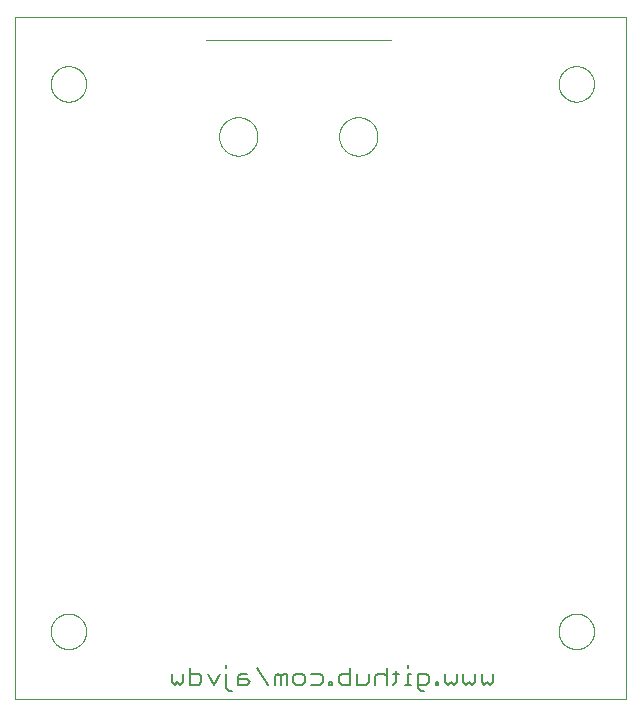
<source format=gbo>
G75*
%MOIN*%
%OFA0B0*%
%FSLAX25Y25*%
%IPPOS*%
%LPD*%
%AMOC8*
5,1,8,0,0,1.08239X$1,22.5*
%
%ADD10C,0.00000*%
%ADD11C,0.00800*%
%ADD12C,0.00039*%
D10*
X0001800Y0001800D02*
X0001800Y0229261D01*
X0205501Y0229261D01*
X0205501Y0001800D01*
X0001800Y0001800D01*
X0013611Y0024300D02*
X0013613Y0024453D01*
X0013619Y0024607D01*
X0013629Y0024760D01*
X0013643Y0024912D01*
X0013661Y0025065D01*
X0013683Y0025216D01*
X0013708Y0025367D01*
X0013738Y0025518D01*
X0013772Y0025668D01*
X0013809Y0025816D01*
X0013850Y0025964D01*
X0013895Y0026110D01*
X0013944Y0026256D01*
X0013997Y0026400D01*
X0014053Y0026542D01*
X0014113Y0026683D01*
X0014177Y0026823D01*
X0014244Y0026961D01*
X0014315Y0027097D01*
X0014390Y0027231D01*
X0014467Y0027363D01*
X0014549Y0027493D01*
X0014633Y0027621D01*
X0014721Y0027747D01*
X0014812Y0027870D01*
X0014906Y0027991D01*
X0015004Y0028109D01*
X0015104Y0028225D01*
X0015208Y0028338D01*
X0015314Y0028449D01*
X0015423Y0028557D01*
X0015535Y0028662D01*
X0015649Y0028763D01*
X0015767Y0028862D01*
X0015886Y0028958D01*
X0016008Y0029051D01*
X0016133Y0029140D01*
X0016260Y0029227D01*
X0016389Y0029309D01*
X0016520Y0029389D01*
X0016653Y0029465D01*
X0016788Y0029538D01*
X0016925Y0029607D01*
X0017064Y0029672D01*
X0017204Y0029734D01*
X0017346Y0029792D01*
X0017489Y0029847D01*
X0017634Y0029898D01*
X0017780Y0029945D01*
X0017927Y0029988D01*
X0018075Y0030027D01*
X0018224Y0030063D01*
X0018374Y0030094D01*
X0018525Y0030122D01*
X0018676Y0030146D01*
X0018829Y0030166D01*
X0018981Y0030182D01*
X0019134Y0030194D01*
X0019287Y0030202D01*
X0019440Y0030206D01*
X0019594Y0030206D01*
X0019747Y0030202D01*
X0019900Y0030194D01*
X0020053Y0030182D01*
X0020205Y0030166D01*
X0020358Y0030146D01*
X0020509Y0030122D01*
X0020660Y0030094D01*
X0020810Y0030063D01*
X0020959Y0030027D01*
X0021107Y0029988D01*
X0021254Y0029945D01*
X0021400Y0029898D01*
X0021545Y0029847D01*
X0021688Y0029792D01*
X0021830Y0029734D01*
X0021970Y0029672D01*
X0022109Y0029607D01*
X0022246Y0029538D01*
X0022381Y0029465D01*
X0022514Y0029389D01*
X0022645Y0029309D01*
X0022774Y0029227D01*
X0022901Y0029140D01*
X0023026Y0029051D01*
X0023148Y0028958D01*
X0023267Y0028862D01*
X0023385Y0028763D01*
X0023499Y0028662D01*
X0023611Y0028557D01*
X0023720Y0028449D01*
X0023826Y0028338D01*
X0023930Y0028225D01*
X0024030Y0028109D01*
X0024128Y0027991D01*
X0024222Y0027870D01*
X0024313Y0027747D01*
X0024401Y0027621D01*
X0024485Y0027493D01*
X0024567Y0027363D01*
X0024644Y0027231D01*
X0024719Y0027097D01*
X0024790Y0026961D01*
X0024857Y0026823D01*
X0024921Y0026683D01*
X0024981Y0026542D01*
X0025037Y0026400D01*
X0025090Y0026256D01*
X0025139Y0026110D01*
X0025184Y0025964D01*
X0025225Y0025816D01*
X0025262Y0025668D01*
X0025296Y0025518D01*
X0025326Y0025367D01*
X0025351Y0025216D01*
X0025373Y0025065D01*
X0025391Y0024912D01*
X0025405Y0024760D01*
X0025415Y0024607D01*
X0025421Y0024453D01*
X0025423Y0024300D01*
X0025421Y0024147D01*
X0025415Y0023993D01*
X0025405Y0023840D01*
X0025391Y0023688D01*
X0025373Y0023535D01*
X0025351Y0023384D01*
X0025326Y0023233D01*
X0025296Y0023082D01*
X0025262Y0022932D01*
X0025225Y0022784D01*
X0025184Y0022636D01*
X0025139Y0022490D01*
X0025090Y0022344D01*
X0025037Y0022200D01*
X0024981Y0022058D01*
X0024921Y0021917D01*
X0024857Y0021777D01*
X0024790Y0021639D01*
X0024719Y0021503D01*
X0024644Y0021369D01*
X0024567Y0021237D01*
X0024485Y0021107D01*
X0024401Y0020979D01*
X0024313Y0020853D01*
X0024222Y0020730D01*
X0024128Y0020609D01*
X0024030Y0020491D01*
X0023930Y0020375D01*
X0023826Y0020262D01*
X0023720Y0020151D01*
X0023611Y0020043D01*
X0023499Y0019938D01*
X0023385Y0019837D01*
X0023267Y0019738D01*
X0023148Y0019642D01*
X0023026Y0019549D01*
X0022901Y0019460D01*
X0022774Y0019373D01*
X0022645Y0019291D01*
X0022514Y0019211D01*
X0022381Y0019135D01*
X0022246Y0019062D01*
X0022109Y0018993D01*
X0021970Y0018928D01*
X0021830Y0018866D01*
X0021688Y0018808D01*
X0021545Y0018753D01*
X0021400Y0018702D01*
X0021254Y0018655D01*
X0021107Y0018612D01*
X0020959Y0018573D01*
X0020810Y0018537D01*
X0020660Y0018506D01*
X0020509Y0018478D01*
X0020358Y0018454D01*
X0020205Y0018434D01*
X0020053Y0018418D01*
X0019900Y0018406D01*
X0019747Y0018398D01*
X0019594Y0018394D01*
X0019440Y0018394D01*
X0019287Y0018398D01*
X0019134Y0018406D01*
X0018981Y0018418D01*
X0018829Y0018434D01*
X0018676Y0018454D01*
X0018525Y0018478D01*
X0018374Y0018506D01*
X0018224Y0018537D01*
X0018075Y0018573D01*
X0017927Y0018612D01*
X0017780Y0018655D01*
X0017634Y0018702D01*
X0017489Y0018753D01*
X0017346Y0018808D01*
X0017204Y0018866D01*
X0017064Y0018928D01*
X0016925Y0018993D01*
X0016788Y0019062D01*
X0016653Y0019135D01*
X0016520Y0019211D01*
X0016389Y0019291D01*
X0016260Y0019373D01*
X0016133Y0019460D01*
X0016008Y0019549D01*
X0015886Y0019642D01*
X0015767Y0019738D01*
X0015649Y0019837D01*
X0015535Y0019938D01*
X0015423Y0020043D01*
X0015314Y0020151D01*
X0015208Y0020262D01*
X0015104Y0020375D01*
X0015004Y0020491D01*
X0014906Y0020609D01*
X0014812Y0020730D01*
X0014721Y0020853D01*
X0014633Y0020979D01*
X0014549Y0021107D01*
X0014467Y0021237D01*
X0014390Y0021369D01*
X0014315Y0021503D01*
X0014244Y0021639D01*
X0014177Y0021777D01*
X0014113Y0021917D01*
X0014053Y0022058D01*
X0013997Y0022200D01*
X0013944Y0022344D01*
X0013895Y0022490D01*
X0013850Y0022636D01*
X0013809Y0022784D01*
X0013772Y0022932D01*
X0013738Y0023082D01*
X0013708Y0023233D01*
X0013683Y0023384D01*
X0013661Y0023535D01*
X0013643Y0023688D01*
X0013629Y0023840D01*
X0013619Y0023993D01*
X0013613Y0024147D01*
X0013611Y0024300D01*
X0069731Y0189300D02*
X0069733Y0189460D01*
X0069739Y0189619D01*
X0069749Y0189778D01*
X0069763Y0189937D01*
X0069781Y0190096D01*
X0069802Y0190254D01*
X0069828Y0190411D01*
X0069858Y0190568D01*
X0069891Y0190724D01*
X0069929Y0190879D01*
X0069970Y0191033D01*
X0070015Y0191186D01*
X0070064Y0191338D01*
X0070117Y0191489D01*
X0070173Y0191638D01*
X0070234Y0191786D01*
X0070297Y0191932D01*
X0070365Y0192077D01*
X0070436Y0192220D01*
X0070510Y0192361D01*
X0070588Y0192500D01*
X0070670Y0192637D01*
X0070755Y0192772D01*
X0070843Y0192905D01*
X0070935Y0193036D01*
X0071029Y0193164D01*
X0071127Y0193290D01*
X0071228Y0193414D01*
X0071332Y0193535D01*
X0071439Y0193653D01*
X0071549Y0193769D01*
X0071662Y0193882D01*
X0071778Y0193992D01*
X0071896Y0194099D01*
X0072017Y0194203D01*
X0072141Y0194304D01*
X0072267Y0194402D01*
X0072395Y0194496D01*
X0072526Y0194588D01*
X0072659Y0194676D01*
X0072794Y0194761D01*
X0072931Y0194843D01*
X0073070Y0194921D01*
X0073211Y0194995D01*
X0073354Y0195066D01*
X0073499Y0195134D01*
X0073645Y0195197D01*
X0073793Y0195258D01*
X0073942Y0195314D01*
X0074093Y0195367D01*
X0074245Y0195416D01*
X0074398Y0195461D01*
X0074552Y0195502D01*
X0074707Y0195540D01*
X0074863Y0195573D01*
X0075020Y0195603D01*
X0075177Y0195629D01*
X0075335Y0195650D01*
X0075494Y0195668D01*
X0075653Y0195682D01*
X0075812Y0195692D01*
X0075971Y0195698D01*
X0076131Y0195700D01*
X0076291Y0195698D01*
X0076450Y0195692D01*
X0076609Y0195682D01*
X0076768Y0195668D01*
X0076927Y0195650D01*
X0077085Y0195629D01*
X0077242Y0195603D01*
X0077399Y0195573D01*
X0077555Y0195540D01*
X0077710Y0195502D01*
X0077864Y0195461D01*
X0078017Y0195416D01*
X0078169Y0195367D01*
X0078320Y0195314D01*
X0078469Y0195258D01*
X0078617Y0195197D01*
X0078763Y0195134D01*
X0078908Y0195066D01*
X0079051Y0194995D01*
X0079192Y0194921D01*
X0079331Y0194843D01*
X0079468Y0194761D01*
X0079603Y0194676D01*
X0079736Y0194588D01*
X0079867Y0194496D01*
X0079995Y0194402D01*
X0080121Y0194304D01*
X0080245Y0194203D01*
X0080366Y0194099D01*
X0080484Y0193992D01*
X0080600Y0193882D01*
X0080713Y0193769D01*
X0080823Y0193653D01*
X0080930Y0193535D01*
X0081034Y0193414D01*
X0081135Y0193290D01*
X0081233Y0193164D01*
X0081327Y0193036D01*
X0081419Y0192905D01*
X0081507Y0192772D01*
X0081592Y0192637D01*
X0081674Y0192500D01*
X0081752Y0192361D01*
X0081826Y0192220D01*
X0081897Y0192077D01*
X0081965Y0191932D01*
X0082028Y0191786D01*
X0082089Y0191638D01*
X0082145Y0191489D01*
X0082198Y0191338D01*
X0082247Y0191186D01*
X0082292Y0191033D01*
X0082333Y0190879D01*
X0082371Y0190724D01*
X0082404Y0190568D01*
X0082434Y0190411D01*
X0082460Y0190254D01*
X0082481Y0190096D01*
X0082499Y0189937D01*
X0082513Y0189778D01*
X0082523Y0189619D01*
X0082529Y0189460D01*
X0082531Y0189300D01*
X0082529Y0189140D01*
X0082523Y0188981D01*
X0082513Y0188822D01*
X0082499Y0188663D01*
X0082481Y0188504D01*
X0082460Y0188346D01*
X0082434Y0188189D01*
X0082404Y0188032D01*
X0082371Y0187876D01*
X0082333Y0187721D01*
X0082292Y0187567D01*
X0082247Y0187414D01*
X0082198Y0187262D01*
X0082145Y0187111D01*
X0082089Y0186962D01*
X0082028Y0186814D01*
X0081965Y0186668D01*
X0081897Y0186523D01*
X0081826Y0186380D01*
X0081752Y0186239D01*
X0081674Y0186100D01*
X0081592Y0185963D01*
X0081507Y0185828D01*
X0081419Y0185695D01*
X0081327Y0185564D01*
X0081233Y0185436D01*
X0081135Y0185310D01*
X0081034Y0185186D01*
X0080930Y0185065D01*
X0080823Y0184947D01*
X0080713Y0184831D01*
X0080600Y0184718D01*
X0080484Y0184608D01*
X0080366Y0184501D01*
X0080245Y0184397D01*
X0080121Y0184296D01*
X0079995Y0184198D01*
X0079867Y0184104D01*
X0079736Y0184012D01*
X0079603Y0183924D01*
X0079468Y0183839D01*
X0079331Y0183757D01*
X0079192Y0183679D01*
X0079051Y0183605D01*
X0078908Y0183534D01*
X0078763Y0183466D01*
X0078617Y0183403D01*
X0078469Y0183342D01*
X0078320Y0183286D01*
X0078169Y0183233D01*
X0078017Y0183184D01*
X0077864Y0183139D01*
X0077710Y0183098D01*
X0077555Y0183060D01*
X0077399Y0183027D01*
X0077242Y0182997D01*
X0077085Y0182971D01*
X0076927Y0182950D01*
X0076768Y0182932D01*
X0076609Y0182918D01*
X0076450Y0182908D01*
X0076291Y0182902D01*
X0076131Y0182900D01*
X0075971Y0182902D01*
X0075812Y0182908D01*
X0075653Y0182918D01*
X0075494Y0182932D01*
X0075335Y0182950D01*
X0075177Y0182971D01*
X0075020Y0182997D01*
X0074863Y0183027D01*
X0074707Y0183060D01*
X0074552Y0183098D01*
X0074398Y0183139D01*
X0074245Y0183184D01*
X0074093Y0183233D01*
X0073942Y0183286D01*
X0073793Y0183342D01*
X0073645Y0183403D01*
X0073499Y0183466D01*
X0073354Y0183534D01*
X0073211Y0183605D01*
X0073070Y0183679D01*
X0072931Y0183757D01*
X0072794Y0183839D01*
X0072659Y0183924D01*
X0072526Y0184012D01*
X0072395Y0184104D01*
X0072267Y0184198D01*
X0072141Y0184296D01*
X0072017Y0184397D01*
X0071896Y0184501D01*
X0071778Y0184608D01*
X0071662Y0184718D01*
X0071549Y0184831D01*
X0071439Y0184947D01*
X0071332Y0185065D01*
X0071228Y0185186D01*
X0071127Y0185310D01*
X0071029Y0185436D01*
X0070935Y0185564D01*
X0070843Y0185695D01*
X0070755Y0185828D01*
X0070670Y0185963D01*
X0070588Y0186100D01*
X0070510Y0186239D01*
X0070436Y0186380D01*
X0070365Y0186523D01*
X0070297Y0186668D01*
X0070234Y0186814D01*
X0070173Y0186962D01*
X0070117Y0187111D01*
X0070064Y0187262D01*
X0070015Y0187414D01*
X0069970Y0187567D01*
X0069929Y0187721D01*
X0069891Y0187876D01*
X0069858Y0188032D01*
X0069828Y0188189D01*
X0069802Y0188346D01*
X0069781Y0188504D01*
X0069763Y0188663D01*
X0069749Y0188822D01*
X0069739Y0188981D01*
X0069733Y0189140D01*
X0069731Y0189300D01*
X0109731Y0189300D02*
X0109733Y0189460D01*
X0109739Y0189619D01*
X0109749Y0189778D01*
X0109763Y0189937D01*
X0109781Y0190096D01*
X0109802Y0190254D01*
X0109828Y0190411D01*
X0109858Y0190568D01*
X0109891Y0190724D01*
X0109929Y0190879D01*
X0109970Y0191033D01*
X0110015Y0191186D01*
X0110064Y0191338D01*
X0110117Y0191489D01*
X0110173Y0191638D01*
X0110234Y0191786D01*
X0110297Y0191932D01*
X0110365Y0192077D01*
X0110436Y0192220D01*
X0110510Y0192361D01*
X0110588Y0192500D01*
X0110670Y0192637D01*
X0110755Y0192772D01*
X0110843Y0192905D01*
X0110935Y0193036D01*
X0111029Y0193164D01*
X0111127Y0193290D01*
X0111228Y0193414D01*
X0111332Y0193535D01*
X0111439Y0193653D01*
X0111549Y0193769D01*
X0111662Y0193882D01*
X0111778Y0193992D01*
X0111896Y0194099D01*
X0112017Y0194203D01*
X0112141Y0194304D01*
X0112267Y0194402D01*
X0112395Y0194496D01*
X0112526Y0194588D01*
X0112659Y0194676D01*
X0112794Y0194761D01*
X0112931Y0194843D01*
X0113070Y0194921D01*
X0113211Y0194995D01*
X0113354Y0195066D01*
X0113499Y0195134D01*
X0113645Y0195197D01*
X0113793Y0195258D01*
X0113942Y0195314D01*
X0114093Y0195367D01*
X0114245Y0195416D01*
X0114398Y0195461D01*
X0114552Y0195502D01*
X0114707Y0195540D01*
X0114863Y0195573D01*
X0115020Y0195603D01*
X0115177Y0195629D01*
X0115335Y0195650D01*
X0115494Y0195668D01*
X0115653Y0195682D01*
X0115812Y0195692D01*
X0115971Y0195698D01*
X0116131Y0195700D01*
X0116291Y0195698D01*
X0116450Y0195692D01*
X0116609Y0195682D01*
X0116768Y0195668D01*
X0116927Y0195650D01*
X0117085Y0195629D01*
X0117242Y0195603D01*
X0117399Y0195573D01*
X0117555Y0195540D01*
X0117710Y0195502D01*
X0117864Y0195461D01*
X0118017Y0195416D01*
X0118169Y0195367D01*
X0118320Y0195314D01*
X0118469Y0195258D01*
X0118617Y0195197D01*
X0118763Y0195134D01*
X0118908Y0195066D01*
X0119051Y0194995D01*
X0119192Y0194921D01*
X0119331Y0194843D01*
X0119468Y0194761D01*
X0119603Y0194676D01*
X0119736Y0194588D01*
X0119867Y0194496D01*
X0119995Y0194402D01*
X0120121Y0194304D01*
X0120245Y0194203D01*
X0120366Y0194099D01*
X0120484Y0193992D01*
X0120600Y0193882D01*
X0120713Y0193769D01*
X0120823Y0193653D01*
X0120930Y0193535D01*
X0121034Y0193414D01*
X0121135Y0193290D01*
X0121233Y0193164D01*
X0121327Y0193036D01*
X0121419Y0192905D01*
X0121507Y0192772D01*
X0121592Y0192637D01*
X0121674Y0192500D01*
X0121752Y0192361D01*
X0121826Y0192220D01*
X0121897Y0192077D01*
X0121965Y0191932D01*
X0122028Y0191786D01*
X0122089Y0191638D01*
X0122145Y0191489D01*
X0122198Y0191338D01*
X0122247Y0191186D01*
X0122292Y0191033D01*
X0122333Y0190879D01*
X0122371Y0190724D01*
X0122404Y0190568D01*
X0122434Y0190411D01*
X0122460Y0190254D01*
X0122481Y0190096D01*
X0122499Y0189937D01*
X0122513Y0189778D01*
X0122523Y0189619D01*
X0122529Y0189460D01*
X0122531Y0189300D01*
X0122529Y0189140D01*
X0122523Y0188981D01*
X0122513Y0188822D01*
X0122499Y0188663D01*
X0122481Y0188504D01*
X0122460Y0188346D01*
X0122434Y0188189D01*
X0122404Y0188032D01*
X0122371Y0187876D01*
X0122333Y0187721D01*
X0122292Y0187567D01*
X0122247Y0187414D01*
X0122198Y0187262D01*
X0122145Y0187111D01*
X0122089Y0186962D01*
X0122028Y0186814D01*
X0121965Y0186668D01*
X0121897Y0186523D01*
X0121826Y0186380D01*
X0121752Y0186239D01*
X0121674Y0186100D01*
X0121592Y0185963D01*
X0121507Y0185828D01*
X0121419Y0185695D01*
X0121327Y0185564D01*
X0121233Y0185436D01*
X0121135Y0185310D01*
X0121034Y0185186D01*
X0120930Y0185065D01*
X0120823Y0184947D01*
X0120713Y0184831D01*
X0120600Y0184718D01*
X0120484Y0184608D01*
X0120366Y0184501D01*
X0120245Y0184397D01*
X0120121Y0184296D01*
X0119995Y0184198D01*
X0119867Y0184104D01*
X0119736Y0184012D01*
X0119603Y0183924D01*
X0119468Y0183839D01*
X0119331Y0183757D01*
X0119192Y0183679D01*
X0119051Y0183605D01*
X0118908Y0183534D01*
X0118763Y0183466D01*
X0118617Y0183403D01*
X0118469Y0183342D01*
X0118320Y0183286D01*
X0118169Y0183233D01*
X0118017Y0183184D01*
X0117864Y0183139D01*
X0117710Y0183098D01*
X0117555Y0183060D01*
X0117399Y0183027D01*
X0117242Y0182997D01*
X0117085Y0182971D01*
X0116927Y0182950D01*
X0116768Y0182932D01*
X0116609Y0182918D01*
X0116450Y0182908D01*
X0116291Y0182902D01*
X0116131Y0182900D01*
X0115971Y0182902D01*
X0115812Y0182908D01*
X0115653Y0182918D01*
X0115494Y0182932D01*
X0115335Y0182950D01*
X0115177Y0182971D01*
X0115020Y0182997D01*
X0114863Y0183027D01*
X0114707Y0183060D01*
X0114552Y0183098D01*
X0114398Y0183139D01*
X0114245Y0183184D01*
X0114093Y0183233D01*
X0113942Y0183286D01*
X0113793Y0183342D01*
X0113645Y0183403D01*
X0113499Y0183466D01*
X0113354Y0183534D01*
X0113211Y0183605D01*
X0113070Y0183679D01*
X0112931Y0183757D01*
X0112794Y0183839D01*
X0112659Y0183924D01*
X0112526Y0184012D01*
X0112395Y0184104D01*
X0112267Y0184198D01*
X0112141Y0184296D01*
X0112017Y0184397D01*
X0111896Y0184501D01*
X0111778Y0184608D01*
X0111662Y0184718D01*
X0111549Y0184831D01*
X0111439Y0184947D01*
X0111332Y0185065D01*
X0111228Y0185186D01*
X0111127Y0185310D01*
X0111029Y0185436D01*
X0110935Y0185564D01*
X0110843Y0185695D01*
X0110755Y0185828D01*
X0110670Y0185963D01*
X0110588Y0186100D01*
X0110510Y0186239D01*
X0110436Y0186380D01*
X0110365Y0186523D01*
X0110297Y0186668D01*
X0110234Y0186814D01*
X0110173Y0186962D01*
X0110117Y0187111D01*
X0110064Y0187262D01*
X0110015Y0187414D01*
X0109970Y0187567D01*
X0109929Y0187721D01*
X0109891Y0187876D01*
X0109858Y0188032D01*
X0109828Y0188189D01*
X0109802Y0188346D01*
X0109781Y0188504D01*
X0109763Y0188663D01*
X0109749Y0188822D01*
X0109739Y0188981D01*
X0109733Y0189140D01*
X0109731Y0189300D01*
X0182902Y0206800D02*
X0182904Y0206953D01*
X0182910Y0207107D01*
X0182920Y0207260D01*
X0182934Y0207412D01*
X0182952Y0207565D01*
X0182974Y0207716D01*
X0182999Y0207867D01*
X0183029Y0208018D01*
X0183063Y0208168D01*
X0183100Y0208316D01*
X0183141Y0208464D01*
X0183186Y0208610D01*
X0183235Y0208756D01*
X0183288Y0208900D01*
X0183344Y0209042D01*
X0183404Y0209183D01*
X0183468Y0209323D01*
X0183535Y0209461D01*
X0183606Y0209597D01*
X0183681Y0209731D01*
X0183758Y0209863D01*
X0183840Y0209993D01*
X0183924Y0210121D01*
X0184012Y0210247D01*
X0184103Y0210370D01*
X0184197Y0210491D01*
X0184295Y0210609D01*
X0184395Y0210725D01*
X0184499Y0210838D01*
X0184605Y0210949D01*
X0184714Y0211057D01*
X0184826Y0211162D01*
X0184940Y0211263D01*
X0185058Y0211362D01*
X0185177Y0211458D01*
X0185299Y0211551D01*
X0185424Y0211640D01*
X0185551Y0211727D01*
X0185680Y0211809D01*
X0185811Y0211889D01*
X0185944Y0211965D01*
X0186079Y0212038D01*
X0186216Y0212107D01*
X0186355Y0212172D01*
X0186495Y0212234D01*
X0186637Y0212292D01*
X0186780Y0212347D01*
X0186925Y0212398D01*
X0187071Y0212445D01*
X0187218Y0212488D01*
X0187366Y0212527D01*
X0187515Y0212563D01*
X0187665Y0212594D01*
X0187816Y0212622D01*
X0187967Y0212646D01*
X0188120Y0212666D01*
X0188272Y0212682D01*
X0188425Y0212694D01*
X0188578Y0212702D01*
X0188731Y0212706D01*
X0188885Y0212706D01*
X0189038Y0212702D01*
X0189191Y0212694D01*
X0189344Y0212682D01*
X0189496Y0212666D01*
X0189649Y0212646D01*
X0189800Y0212622D01*
X0189951Y0212594D01*
X0190101Y0212563D01*
X0190250Y0212527D01*
X0190398Y0212488D01*
X0190545Y0212445D01*
X0190691Y0212398D01*
X0190836Y0212347D01*
X0190979Y0212292D01*
X0191121Y0212234D01*
X0191261Y0212172D01*
X0191400Y0212107D01*
X0191537Y0212038D01*
X0191672Y0211965D01*
X0191805Y0211889D01*
X0191936Y0211809D01*
X0192065Y0211727D01*
X0192192Y0211640D01*
X0192317Y0211551D01*
X0192439Y0211458D01*
X0192558Y0211362D01*
X0192676Y0211263D01*
X0192790Y0211162D01*
X0192902Y0211057D01*
X0193011Y0210949D01*
X0193117Y0210838D01*
X0193221Y0210725D01*
X0193321Y0210609D01*
X0193419Y0210491D01*
X0193513Y0210370D01*
X0193604Y0210247D01*
X0193692Y0210121D01*
X0193776Y0209993D01*
X0193858Y0209863D01*
X0193935Y0209731D01*
X0194010Y0209597D01*
X0194081Y0209461D01*
X0194148Y0209323D01*
X0194212Y0209183D01*
X0194272Y0209042D01*
X0194328Y0208900D01*
X0194381Y0208756D01*
X0194430Y0208610D01*
X0194475Y0208464D01*
X0194516Y0208316D01*
X0194553Y0208168D01*
X0194587Y0208018D01*
X0194617Y0207867D01*
X0194642Y0207716D01*
X0194664Y0207565D01*
X0194682Y0207412D01*
X0194696Y0207260D01*
X0194706Y0207107D01*
X0194712Y0206953D01*
X0194714Y0206800D01*
X0194712Y0206647D01*
X0194706Y0206493D01*
X0194696Y0206340D01*
X0194682Y0206188D01*
X0194664Y0206035D01*
X0194642Y0205884D01*
X0194617Y0205733D01*
X0194587Y0205582D01*
X0194553Y0205432D01*
X0194516Y0205284D01*
X0194475Y0205136D01*
X0194430Y0204990D01*
X0194381Y0204844D01*
X0194328Y0204700D01*
X0194272Y0204558D01*
X0194212Y0204417D01*
X0194148Y0204277D01*
X0194081Y0204139D01*
X0194010Y0204003D01*
X0193935Y0203869D01*
X0193858Y0203737D01*
X0193776Y0203607D01*
X0193692Y0203479D01*
X0193604Y0203353D01*
X0193513Y0203230D01*
X0193419Y0203109D01*
X0193321Y0202991D01*
X0193221Y0202875D01*
X0193117Y0202762D01*
X0193011Y0202651D01*
X0192902Y0202543D01*
X0192790Y0202438D01*
X0192676Y0202337D01*
X0192558Y0202238D01*
X0192439Y0202142D01*
X0192317Y0202049D01*
X0192192Y0201960D01*
X0192065Y0201873D01*
X0191936Y0201791D01*
X0191805Y0201711D01*
X0191672Y0201635D01*
X0191537Y0201562D01*
X0191400Y0201493D01*
X0191261Y0201428D01*
X0191121Y0201366D01*
X0190979Y0201308D01*
X0190836Y0201253D01*
X0190691Y0201202D01*
X0190545Y0201155D01*
X0190398Y0201112D01*
X0190250Y0201073D01*
X0190101Y0201037D01*
X0189951Y0201006D01*
X0189800Y0200978D01*
X0189649Y0200954D01*
X0189496Y0200934D01*
X0189344Y0200918D01*
X0189191Y0200906D01*
X0189038Y0200898D01*
X0188885Y0200894D01*
X0188731Y0200894D01*
X0188578Y0200898D01*
X0188425Y0200906D01*
X0188272Y0200918D01*
X0188120Y0200934D01*
X0187967Y0200954D01*
X0187816Y0200978D01*
X0187665Y0201006D01*
X0187515Y0201037D01*
X0187366Y0201073D01*
X0187218Y0201112D01*
X0187071Y0201155D01*
X0186925Y0201202D01*
X0186780Y0201253D01*
X0186637Y0201308D01*
X0186495Y0201366D01*
X0186355Y0201428D01*
X0186216Y0201493D01*
X0186079Y0201562D01*
X0185944Y0201635D01*
X0185811Y0201711D01*
X0185680Y0201791D01*
X0185551Y0201873D01*
X0185424Y0201960D01*
X0185299Y0202049D01*
X0185177Y0202142D01*
X0185058Y0202238D01*
X0184940Y0202337D01*
X0184826Y0202438D01*
X0184714Y0202543D01*
X0184605Y0202651D01*
X0184499Y0202762D01*
X0184395Y0202875D01*
X0184295Y0202991D01*
X0184197Y0203109D01*
X0184103Y0203230D01*
X0184012Y0203353D01*
X0183924Y0203479D01*
X0183840Y0203607D01*
X0183758Y0203737D01*
X0183681Y0203869D01*
X0183606Y0204003D01*
X0183535Y0204139D01*
X0183468Y0204277D01*
X0183404Y0204417D01*
X0183344Y0204558D01*
X0183288Y0204700D01*
X0183235Y0204844D01*
X0183186Y0204990D01*
X0183141Y0205136D01*
X0183100Y0205284D01*
X0183063Y0205432D01*
X0183029Y0205582D01*
X0182999Y0205733D01*
X0182974Y0205884D01*
X0182952Y0206035D01*
X0182934Y0206188D01*
X0182920Y0206340D01*
X0182910Y0206493D01*
X0182904Y0206647D01*
X0182902Y0206800D01*
X0013611Y0206800D02*
X0013613Y0206953D01*
X0013619Y0207107D01*
X0013629Y0207260D01*
X0013643Y0207412D01*
X0013661Y0207565D01*
X0013683Y0207716D01*
X0013708Y0207867D01*
X0013738Y0208018D01*
X0013772Y0208168D01*
X0013809Y0208316D01*
X0013850Y0208464D01*
X0013895Y0208610D01*
X0013944Y0208756D01*
X0013997Y0208900D01*
X0014053Y0209042D01*
X0014113Y0209183D01*
X0014177Y0209323D01*
X0014244Y0209461D01*
X0014315Y0209597D01*
X0014390Y0209731D01*
X0014467Y0209863D01*
X0014549Y0209993D01*
X0014633Y0210121D01*
X0014721Y0210247D01*
X0014812Y0210370D01*
X0014906Y0210491D01*
X0015004Y0210609D01*
X0015104Y0210725D01*
X0015208Y0210838D01*
X0015314Y0210949D01*
X0015423Y0211057D01*
X0015535Y0211162D01*
X0015649Y0211263D01*
X0015767Y0211362D01*
X0015886Y0211458D01*
X0016008Y0211551D01*
X0016133Y0211640D01*
X0016260Y0211727D01*
X0016389Y0211809D01*
X0016520Y0211889D01*
X0016653Y0211965D01*
X0016788Y0212038D01*
X0016925Y0212107D01*
X0017064Y0212172D01*
X0017204Y0212234D01*
X0017346Y0212292D01*
X0017489Y0212347D01*
X0017634Y0212398D01*
X0017780Y0212445D01*
X0017927Y0212488D01*
X0018075Y0212527D01*
X0018224Y0212563D01*
X0018374Y0212594D01*
X0018525Y0212622D01*
X0018676Y0212646D01*
X0018829Y0212666D01*
X0018981Y0212682D01*
X0019134Y0212694D01*
X0019287Y0212702D01*
X0019440Y0212706D01*
X0019594Y0212706D01*
X0019747Y0212702D01*
X0019900Y0212694D01*
X0020053Y0212682D01*
X0020205Y0212666D01*
X0020358Y0212646D01*
X0020509Y0212622D01*
X0020660Y0212594D01*
X0020810Y0212563D01*
X0020959Y0212527D01*
X0021107Y0212488D01*
X0021254Y0212445D01*
X0021400Y0212398D01*
X0021545Y0212347D01*
X0021688Y0212292D01*
X0021830Y0212234D01*
X0021970Y0212172D01*
X0022109Y0212107D01*
X0022246Y0212038D01*
X0022381Y0211965D01*
X0022514Y0211889D01*
X0022645Y0211809D01*
X0022774Y0211727D01*
X0022901Y0211640D01*
X0023026Y0211551D01*
X0023148Y0211458D01*
X0023267Y0211362D01*
X0023385Y0211263D01*
X0023499Y0211162D01*
X0023611Y0211057D01*
X0023720Y0210949D01*
X0023826Y0210838D01*
X0023930Y0210725D01*
X0024030Y0210609D01*
X0024128Y0210491D01*
X0024222Y0210370D01*
X0024313Y0210247D01*
X0024401Y0210121D01*
X0024485Y0209993D01*
X0024567Y0209863D01*
X0024644Y0209731D01*
X0024719Y0209597D01*
X0024790Y0209461D01*
X0024857Y0209323D01*
X0024921Y0209183D01*
X0024981Y0209042D01*
X0025037Y0208900D01*
X0025090Y0208756D01*
X0025139Y0208610D01*
X0025184Y0208464D01*
X0025225Y0208316D01*
X0025262Y0208168D01*
X0025296Y0208018D01*
X0025326Y0207867D01*
X0025351Y0207716D01*
X0025373Y0207565D01*
X0025391Y0207412D01*
X0025405Y0207260D01*
X0025415Y0207107D01*
X0025421Y0206953D01*
X0025423Y0206800D01*
X0025421Y0206647D01*
X0025415Y0206493D01*
X0025405Y0206340D01*
X0025391Y0206188D01*
X0025373Y0206035D01*
X0025351Y0205884D01*
X0025326Y0205733D01*
X0025296Y0205582D01*
X0025262Y0205432D01*
X0025225Y0205284D01*
X0025184Y0205136D01*
X0025139Y0204990D01*
X0025090Y0204844D01*
X0025037Y0204700D01*
X0024981Y0204558D01*
X0024921Y0204417D01*
X0024857Y0204277D01*
X0024790Y0204139D01*
X0024719Y0204003D01*
X0024644Y0203869D01*
X0024567Y0203737D01*
X0024485Y0203607D01*
X0024401Y0203479D01*
X0024313Y0203353D01*
X0024222Y0203230D01*
X0024128Y0203109D01*
X0024030Y0202991D01*
X0023930Y0202875D01*
X0023826Y0202762D01*
X0023720Y0202651D01*
X0023611Y0202543D01*
X0023499Y0202438D01*
X0023385Y0202337D01*
X0023267Y0202238D01*
X0023148Y0202142D01*
X0023026Y0202049D01*
X0022901Y0201960D01*
X0022774Y0201873D01*
X0022645Y0201791D01*
X0022514Y0201711D01*
X0022381Y0201635D01*
X0022246Y0201562D01*
X0022109Y0201493D01*
X0021970Y0201428D01*
X0021830Y0201366D01*
X0021688Y0201308D01*
X0021545Y0201253D01*
X0021400Y0201202D01*
X0021254Y0201155D01*
X0021107Y0201112D01*
X0020959Y0201073D01*
X0020810Y0201037D01*
X0020660Y0201006D01*
X0020509Y0200978D01*
X0020358Y0200954D01*
X0020205Y0200934D01*
X0020053Y0200918D01*
X0019900Y0200906D01*
X0019747Y0200898D01*
X0019594Y0200894D01*
X0019440Y0200894D01*
X0019287Y0200898D01*
X0019134Y0200906D01*
X0018981Y0200918D01*
X0018829Y0200934D01*
X0018676Y0200954D01*
X0018525Y0200978D01*
X0018374Y0201006D01*
X0018224Y0201037D01*
X0018075Y0201073D01*
X0017927Y0201112D01*
X0017780Y0201155D01*
X0017634Y0201202D01*
X0017489Y0201253D01*
X0017346Y0201308D01*
X0017204Y0201366D01*
X0017064Y0201428D01*
X0016925Y0201493D01*
X0016788Y0201562D01*
X0016653Y0201635D01*
X0016520Y0201711D01*
X0016389Y0201791D01*
X0016260Y0201873D01*
X0016133Y0201960D01*
X0016008Y0202049D01*
X0015886Y0202142D01*
X0015767Y0202238D01*
X0015649Y0202337D01*
X0015535Y0202438D01*
X0015423Y0202543D01*
X0015314Y0202651D01*
X0015208Y0202762D01*
X0015104Y0202875D01*
X0015004Y0202991D01*
X0014906Y0203109D01*
X0014812Y0203230D01*
X0014721Y0203353D01*
X0014633Y0203479D01*
X0014549Y0203607D01*
X0014467Y0203737D01*
X0014390Y0203869D01*
X0014315Y0204003D01*
X0014244Y0204139D01*
X0014177Y0204277D01*
X0014113Y0204417D01*
X0014053Y0204558D01*
X0013997Y0204700D01*
X0013944Y0204844D01*
X0013895Y0204990D01*
X0013850Y0205136D01*
X0013809Y0205284D01*
X0013772Y0205432D01*
X0013738Y0205582D01*
X0013708Y0205733D01*
X0013683Y0205884D01*
X0013661Y0206035D01*
X0013643Y0206188D01*
X0013629Y0206340D01*
X0013619Y0206493D01*
X0013613Y0206647D01*
X0013611Y0206800D01*
X0182902Y0024300D02*
X0182904Y0024453D01*
X0182910Y0024607D01*
X0182920Y0024760D01*
X0182934Y0024912D01*
X0182952Y0025065D01*
X0182974Y0025216D01*
X0182999Y0025367D01*
X0183029Y0025518D01*
X0183063Y0025668D01*
X0183100Y0025816D01*
X0183141Y0025964D01*
X0183186Y0026110D01*
X0183235Y0026256D01*
X0183288Y0026400D01*
X0183344Y0026542D01*
X0183404Y0026683D01*
X0183468Y0026823D01*
X0183535Y0026961D01*
X0183606Y0027097D01*
X0183681Y0027231D01*
X0183758Y0027363D01*
X0183840Y0027493D01*
X0183924Y0027621D01*
X0184012Y0027747D01*
X0184103Y0027870D01*
X0184197Y0027991D01*
X0184295Y0028109D01*
X0184395Y0028225D01*
X0184499Y0028338D01*
X0184605Y0028449D01*
X0184714Y0028557D01*
X0184826Y0028662D01*
X0184940Y0028763D01*
X0185058Y0028862D01*
X0185177Y0028958D01*
X0185299Y0029051D01*
X0185424Y0029140D01*
X0185551Y0029227D01*
X0185680Y0029309D01*
X0185811Y0029389D01*
X0185944Y0029465D01*
X0186079Y0029538D01*
X0186216Y0029607D01*
X0186355Y0029672D01*
X0186495Y0029734D01*
X0186637Y0029792D01*
X0186780Y0029847D01*
X0186925Y0029898D01*
X0187071Y0029945D01*
X0187218Y0029988D01*
X0187366Y0030027D01*
X0187515Y0030063D01*
X0187665Y0030094D01*
X0187816Y0030122D01*
X0187967Y0030146D01*
X0188120Y0030166D01*
X0188272Y0030182D01*
X0188425Y0030194D01*
X0188578Y0030202D01*
X0188731Y0030206D01*
X0188885Y0030206D01*
X0189038Y0030202D01*
X0189191Y0030194D01*
X0189344Y0030182D01*
X0189496Y0030166D01*
X0189649Y0030146D01*
X0189800Y0030122D01*
X0189951Y0030094D01*
X0190101Y0030063D01*
X0190250Y0030027D01*
X0190398Y0029988D01*
X0190545Y0029945D01*
X0190691Y0029898D01*
X0190836Y0029847D01*
X0190979Y0029792D01*
X0191121Y0029734D01*
X0191261Y0029672D01*
X0191400Y0029607D01*
X0191537Y0029538D01*
X0191672Y0029465D01*
X0191805Y0029389D01*
X0191936Y0029309D01*
X0192065Y0029227D01*
X0192192Y0029140D01*
X0192317Y0029051D01*
X0192439Y0028958D01*
X0192558Y0028862D01*
X0192676Y0028763D01*
X0192790Y0028662D01*
X0192902Y0028557D01*
X0193011Y0028449D01*
X0193117Y0028338D01*
X0193221Y0028225D01*
X0193321Y0028109D01*
X0193419Y0027991D01*
X0193513Y0027870D01*
X0193604Y0027747D01*
X0193692Y0027621D01*
X0193776Y0027493D01*
X0193858Y0027363D01*
X0193935Y0027231D01*
X0194010Y0027097D01*
X0194081Y0026961D01*
X0194148Y0026823D01*
X0194212Y0026683D01*
X0194272Y0026542D01*
X0194328Y0026400D01*
X0194381Y0026256D01*
X0194430Y0026110D01*
X0194475Y0025964D01*
X0194516Y0025816D01*
X0194553Y0025668D01*
X0194587Y0025518D01*
X0194617Y0025367D01*
X0194642Y0025216D01*
X0194664Y0025065D01*
X0194682Y0024912D01*
X0194696Y0024760D01*
X0194706Y0024607D01*
X0194712Y0024453D01*
X0194714Y0024300D01*
X0194712Y0024147D01*
X0194706Y0023993D01*
X0194696Y0023840D01*
X0194682Y0023688D01*
X0194664Y0023535D01*
X0194642Y0023384D01*
X0194617Y0023233D01*
X0194587Y0023082D01*
X0194553Y0022932D01*
X0194516Y0022784D01*
X0194475Y0022636D01*
X0194430Y0022490D01*
X0194381Y0022344D01*
X0194328Y0022200D01*
X0194272Y0022058D01*
X0194212Y0021917D01*
X0194148Y0021777D01*
X0194081Y0021639D01*
X0194010Y0021503D01*
X0193935Y0021369D01*
X0193858Y0021237D01*
X0193776Y0021107D01*
X0193692Y0020979D01*
X0193604Y0020853D01*
X0193513Y0020730D01*
X0193419Y0020609D01*
X0193321Y0020491D01*
X0193221Y0020375D01*
X0193117Y0020262D01*
X0193011Y0020151D01*
X0192902Y0020043D01*
X0192790Y0019938D01*
X0192676Y0019837D01*
X0192558Y0019738D01*
X0192439Y0019642D01*
X0192317Y0019549D01*
X0192192Y0019460D01*
X0192065Y0019373D01*
X0191936Y0019291D01*
X0191805Y0019211D01*
X0191672Y0019135D01*
X0191537Y0019062D01*
X0191400Y0018993D01*
X0191261Y0018928D01*
X0191121Y0018866D01*
X0190979Y0018808D01*
X0190836Y0018753D01*
X0190691Y0018702D01*
X0190545Y0018655D01*
X0190398Y0018612D01*
X0190250Y0018573D01*
X0190101Y0018537D01*
X0189951Y0018506D01*
X0189800Y0018478D01*
X0189649Y0018454D01*
X0189496Y0018434D01*
X0189344Y0018418D01*
X0189191Y0018406D01*
X0189038Y0018398D01*
X0188885Y0018394D01*
X0188731Y0018394D01*
X0188578Y0018398D01*
X0188425Y0018406D01*
X0188272Y0018418D01*
X0188120Y0018434D01*
X0187967Y0018454D01*
X0187816Y0018478D01*
X0187665Y0018506D01*
X0187515Y0018537D01*
X0187366Y0018573D01*
X0187218Y0018612D01*
X0187071Y0018655D01*
X0186925Y0018702D01*
X0186780Y0018753D01*
X0186637Y0018808D01*
X0186495Y0018866D01*
X0186355Y0018928D01*
X0186216Y0018993D01*
X0186079Y0019062D01*
X0185944Y0019135D01*
X0185811Y0019211D01*
X0185680Y0019291D01*
X0185551Y0019373D01*
X0185424Y0019460D01*
X0185299Y0019549D01*
X0185177Y0019642D01*
X0185058Y0019738D01*
X0184940Y0019837D01*
X0184826Y0019938D01*
X0184714Y0020043D01*
X0184605Y0020151D01*
X0184499Y0020262D01*
X0184395Y0020375D01*
X0184295Y0020491D01*
X0184197Y0020609D01*
X0184103Y0020730D01*
X0184012Y0020853D01*
X0183924Y0020979D01*
X0183840Y0021107D01*
X0183758Y0021237D01*
X0183681Y0021369D01*
X0183606Y0021503D01*
X0183535Y0021639D01*
X0183468Y0021777D01*
X0183404Y0021917D01*
X0183344Y0022058D01*
X0183288Y0022200D01*
X0183235Y0022344D01*
X0183186Y0022490D01*
X0183141Y0022636D01*
X0183100Y0022784D01*
X0183063Y0022932D01*
X0183029Y0023082D01*
X0182999Y0023233D01*
X0182974Y0023384D01*
X0182952Y0023535D01*
X0182934Y0023688D01*
X0182920Y0023840D01*
X0182910Y0023993D01*
X0182904Y0024147D01*
X0182902Y0024300D01*
D11*
X0161095Y0010270D02*
X0161095Y0007367D01*
X0160127Y0006400D01*
X0159160Y0007367D01*
X0158192Y0006400D01*
X0157225Y0007367D01*
X0157225Y0010270D01*
X0155018Y0010270D02*
X0155018Y0007367D01*
X0154050Y0006400D01*
X0153083Y0007367D01*
X0152115Y0006400D01*
X0151148Y0007367D01*
X0151148Y0010270D01*
X0148940Y0010270D02*
X0148940Y0007367D01*
X0147973Y0006400D01*
X0147005Y0007367D01*
X0146038Y0006400D01*
X0145070Y0007367D01*
X0145070Y0010270D01*
X0142863Y0007367D02*
X0141896Y0007367D01*
X0141896Y0006400D01*
X0142863Y0006400D01*
X0142863Y0007367D01*
X0139825Y0007367D02*
X0139825Y0009302D01*
X0138857Y0010270D01*
X0135955Y0010270D01*
X0135955Y0005433D01*
X0136922Y0004465D01*
X0137890Y0004465D01*
X0138857Y0006400D02*
X0135955Y0006400D01*
X0133747Y0006400D02*
X0131812Y0006400D01*
X0132780Y0006400D02*
X0132780Y0010270D01*
X0133747Y0010270D01*
X0132780Y0012205D02*
X0132780Y0013172D01*
X0129696Y0010270D02*
X0127761Y0010270D01*
X0128728Y0011237D02*
X0128728Y0007367D01*
X0127761Y0006400D01*
X0125644Y0006400D02*
X0125644Y0012205D01*
X0124677Y0010270D02*
X0122742Y0010270D01*
X0121775Y0009302D01*
X0121775Y0006400D01*
X0119567Y0007367D02*
X0118600Y0006400D01*
X0115697Y0006400D01*
X0115697Y0010270D01*
X0113490Y0010270D02*
X0110588Y0010270D01*
X0109620Y0009302D01*
X0109620Y0007367D01*
X0110588Y0006400D01*
X0113490Y0006400D01*
X0113490Y0012205D01*
X0119567Y0010270D02*
X0119567Y0007367D01*
X0124677Y0010270D02*
X0125644Y0009302D01*
X0138857Y0006400D02*
X0139825Y0007367D01*
X0107413Y0007367D02*
X0107413Y0006400D01*
X0106445Y0006400D01*
X0106445Y0007367D01*
X0107413Y0007367D01*
X0104374Y0007367D02*
X0104374Y0009302D01*
X0103407Y0010270D01*
X0100504Y0010270D01*
X0098297Y0009302D02*
X0098297Y0007367D01*
X0097330Y0006400D01*
X0095395Y0006400D01*
X0094427Y0007367D01*
X0094427Y0009302D01*
X0095395Y0010270D01*
X0097330Y0010270D01*
X0098297Y0009302D01*
X0100504Y0006400D02*
X0103407Y0006400D01*
X0104374Y0007367D01*
X0092220Y0006400D02*
X0092220Y0010270D01*
X0091252Y0010270D01*
X0090285Y0009302D01*
X0089317Y0010270D01*
X0088350Y0009302D01*
X0088350Y0006400D01*
X0090285Y0006400D02*
X0090285Y0009302D01*
X0086143Y0006400D02*
X0082273Y0012205D01*
X0079098Y0010270D02*
X0077163Y0010270D01*
X0076196Y0009302D01*
X0076196Y0006400D01*
X0079098Y0006400D01*
X0080066Y0007367D01*
X0079098Y0008335D01*
X0076196Y0008335D01*
X0073988Y0004465D02*
X0073021Y0004465D01*
X0072053Y0005433D01*
X0072053Y0010270D01*
X0072053Y0012205D02*
X0072053Y0013172D01*
X0069937Y0010270D02*
X0068002Y0006400D01*
X0066067Y0010270D01*
X0063860Y0009302D02*
X0063860Y0007367D01*
X0062892Y0006400D01*
X0059990Y0006400D01*
X0059990Y0012205D01*
X0059990Y0010270D02*
X0062892Y0010270D01*
X0063860Y0009302D01*
X0057783Y0010270D02*
X0057783Y0007367D01*
X0056815Y0006400D01*
X0055848Y0007367D01*
X0054880Y0006400D01*
X0053913Y0007367D01*
X0053913Y0010270D01*
D12*
X0065381Y0221505D02*
X0126881Y0221505D01*
M02*

</source>
